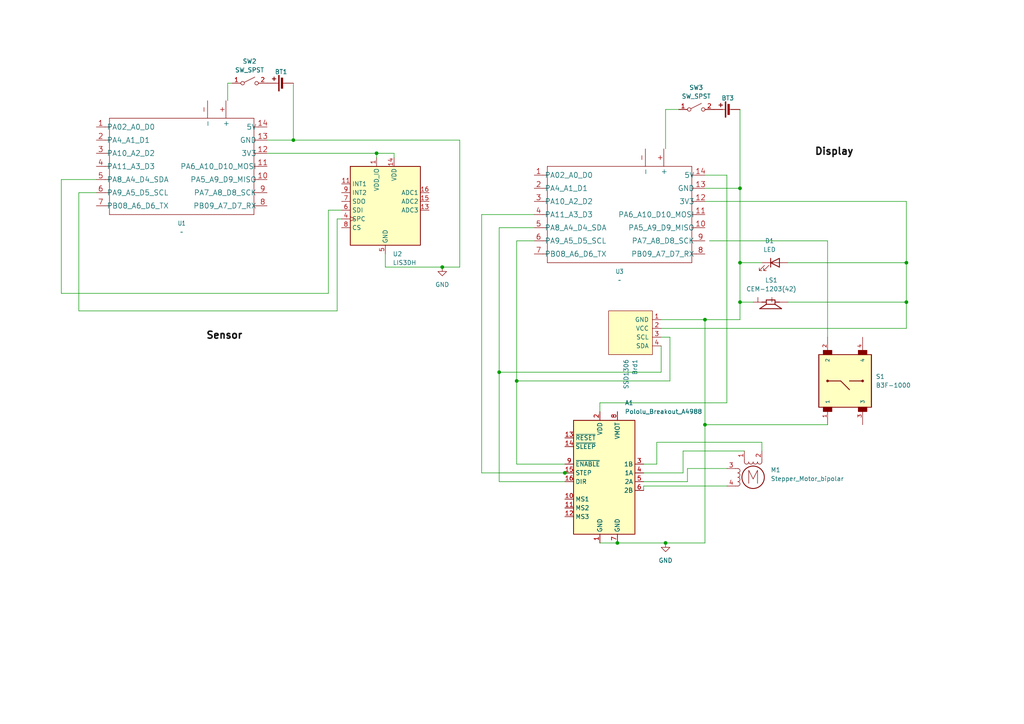
<source format=kicad_sch>
(kicad_sch (version 20250114) (generator "eeschema") (generator_version "9.0")
  (paper "A4")
  (lib_symbols
    (symbol "B3F-1000:B3F-1000" (pin_names (offset 1.016))
      (property "Reference" "S" (at -7.62 7.62 0))
      (property "Value" "B3F-1000" (at -7.62 -8.9154 0))
      (symbol "B3F-1000_0_0"
        (rectangle (start -8.89 3.81) (end -7.62 6.35) (fill (type outline)))
        (rectangle (start -8.89 -6.35) (end -7.62 -3.81) (fill (type outline)))
        (polyline (pts (xy -7.62 7.62) (xy 7.62 7.62)) (stroke (width 0.254)))
        (rectangle (start -7.62 -7.62) (end 7.62 7.62) (stroke (width 0.254)) (fill (type background)))
        (circle (center 0 5.08) (radius 0.254) (stroke (width 0.254)))
        (polyline (pts (xy 0 5.08) (xy 0 1.27)) (stroke (width 0.254)))
        (polyline (pts (xy 0 -1.27) (xy 2.54 1.27)) (stroke (width 0.254)))
        (polyline (pts (xy 0 -5.08) (xy 0 -1.27)) (stroke (width 0.254)))
        (circle (center 0 -5.08) (radius 0.254) (stroke (width 0.254)))
        (rectangle (start 7.62 3.81) (end 8.89 6.35) (fill (type outline)))
        (rectangle (start 7.62 -6.35) (end 8.89 -3.81) (fill (type outline)))
        (polyline (pts (xy 7.62 -7.62) (xy -7.62 -7.62)) (stroke (width 0.254)))
        (pin passive line (at -12.7 5.08 0) (length 5.08) (name "4") (number "4"))
        (pin passive line (at -12.7 -5.08 0) (length 5.08) (name "2") (number "2"))
        (pin passive line (at 12.7 5.08 180) (length 5.08) (name "3") (number "3"))
        (pin passive line (at 12.7 -5.08 180) (length 5.08) (name "1") (number "1"))
      )
    )
    (symbol "CEM-1203_42_:CEM-1203(42)" (pin_numbers (hide yes)) (pin_names (offset 1.016) (hide yes))
      (property "Reference" "LS" (at -3.81 8.9154 0))
      (property "Value" "CEM-1203(42)" (at -3.81 -11.4554 0))
      (symbol "CEM-1203(42)_0_0"
        (polyline (pts (xy -0.635 1.27) (xy 0 1.27)) (stroke (width 0.254)))
        (polyline (pts (xy -0.635 -1.27) (xy -0.635 1.27)) (stroke (width 0.254)))
        (polyline (pts (xy 0 1.27) (xy 0 2.54)) (stroke (width 0.254)))
        (polyline (pts (xy 0 1.27) (xy 0.635 1.27)) (stroke (width 0.254)))
        (polyline (pts (xy 0 -1.27) (xy -0.635 -1.27)) (stroke (width 0.254)))
        (polyline (pts (xy 0 -1.27) (xy 0 -2.54)) (stroke (width 0.254)))
        (polyline (pts (xy 0.635 1.27) (xy 0.635 -1.27)) (stroke (width 0.254)))
        (polyline (pts (xy 0.635 1.27) (xy 1.905 3.175)) (stroke (width 0.254)))
        (polyline (pts (xy 0.635 -1.27) (xy 0 -1.27)) (stroke (width 0.254)))
        (polyline (pts (xy 1.905 3.175) (xy 1.905 -3.175)) (stroke (width 0.254)))
        (polyline (pts (xy 1.905 -3.175) (xy 0.635 -1.27)) (stroke (width 0.254)))
        (text "+" (at -1.905 1.27 0) (effects (font (size 1.778 1.778)) (justify left bottom)))
        (text "-" (at -1.905 -2.794 0) (effects (font (size 1.778 1.778)) (justify left bottom)))
        (pin passive line (at 0 5.08 270) (length 2.54) (name "~") (number "P"))
        (pin passive line (at 0 -5.08 90) (length 2.54) (name "~") (number "N"))
      )
    )
    (symbol "Device:Battery_Cell" (pin_numbers (hide yes)) (pin_names (offset 0) (hide yes))
      (property "Reference" "BT" (at 2.54 2.54 0))
      (property "Value" "Battery_Cell" (at 2.54 0 0))
      (symbol "Battery_Cell_0_1"
        (rectangle (start -2.286 1.778) (end 2.286 1.524) (fill (type outline)))
        (rectangle (start -1.524 1.016) (end 1.524 0.508) (fill (type outline)))
        (polyline (pts (xy 0 1.778) (xy 0 2.54)))
        (polyline (pts (xy 0 0.762) (xy 0 0)))
        (polyline (pts (xy 0.762 3.048) (xy 1.778 3.048)) (stroke (width 0.254)))
        (polyline (pts (xy 1.27 3.556) (xy 1.27 2.54)) (stroke (width 0.254)))
      )
      (symbol "Battery_Cell_1_1"
        (pin passive line (at 0 5.08 270) (length 2.54) (name "+") (number "1"))
        (pin passive line (at 0 -2.54 90) (length 2.54) (name "-") (number "2"))
      )
    )
    (symbol "Device:LED" (pin_numbers (hide yes)) (pin_names (offset 1.016) (hide yes))
      (property "Reference" "D" (at 0 2.54 0))
      (property "Value" "LED" (at 0 -2.54 0))
      (symbol "LED_0_1"
        (polyline (pts (xy -3.048 -0.762) (xy -4.572 -2.286) (xy -3.81 -2.286) (xy -4.572 -2.286) (xy -4.572 -1.524)))
        (polyline (pts (xy -1.778 -0.762) (xy -3.302 -2.286) (xy -2.54 -2.286) (xy -3.302 -2.286) (xy -3.302 -1.524)))
        (polyline (pts (xy -1.27 0) (xy 1.27 0)))
        (polyline (pts (xy -1.27 -1.27) (xy -1.27 1.27)) (stroke (width 0.254)))
        (polyline (pts (xy 1.27 -1.27) (xy 1.27 1.27) (xy -1.27 0) (xy 1.27 -1.27)) (stroke (width 0.254)))
      )
      (symbol "LED_1_1"
        (pin passive line (at -3.81 0 0) (length 2.54) (name "K") (number "1"))
        (pin passive line (at 3.81 0 180) (length 2.54) (name "A") (number "2"))
      )
    )
    (symbol "Driver_Motor:Pololu_Breakout_A4988"
      (property "Reference" "A" (at -2.54 19.05 0))
      (property "Value" "Pololu_Breakout_A4988" (at -2.54 16.51 0))
      (symbol "Pololu_Breakout_A4988_0_1"
        (rectangle (start 10.16 -17.78) (end -7.62 15.24) (stroke (width 0.254)) (fill (type background)))
      )
      (symbol "Pololu_Breakout_A4988_1_1"
        (pin input line (at -10.16 10.16 0) (length 2.54) (name "~{RESET}") (number "13"))
        (pin input line (at -10.16 7.62 0) (length 2.54) (name "~{SLEEP}") (number "14"))
        (pin input line (at -10.16 2.54 0) (length 2.54) (name "~{ENABLE}") (number "9"))
        (pin input line (at -10.16 0 0) (length 2.54) (name "STEP") (number "15"))
        (pin input line (at -10.16 -2.54 0) (length 2.54) (name "DIR") (number "16"))
        (pin input line (at -10.16 -7.62 0) (length 2.54) (name "MS1") (number "10"))
        (pin input line (at -10.16 -10.16 0) (length 2.54) (name "MS2") (number "11"))
        (pin input line (at -10.16 -12.7 0) (length 2.54) (name "MS3") (number "12"))
        (pin power_in line (at 0 17.78 270) (length 2.54) (name "VDD") (number "2"))
        (pin power_in line (at 0 -20.32 90) (length 2.54) (name "GND") (number "1"))
        (pin power_in line (at 5.08 17.78 270) (length 2.54) (name "VMOT") (number "8"))
        (pin power_in line (at 5.08 -20.32 90) (length 2.54) (name "GND") (number "7"))
        (pin output line (at 12.7 2.54 180) (length 2.54) (name "1B") (number "3"))
        (pin output line (at 12.7 0 180) (length 2.54) (name "1A") (number "4"))
        (pin output line (at 12.7 -2.54 180) (length 2.54) (name "2A") (number "5"))
        (pin output line (at 12.7 -5.08 180) (length 2.54) (name "2B") (number "6"))
      )
    )
    (symbol "ESP32C3-footprint-eagle_single_device_kicad:MOUDLE-SEEEDUINO-XIAO-ESP32C3-SMD"
      (property "Reference" "U" (at -21.59 15.24 0))
      (symbol "MOUDLE-SEEEDUINO-XIAO-ESP32C3-SMD_1_0"
        (polyline (pts (xy -21.59 13.97) (xy 20.32 13.97)) (stroke (width 0.1524)))
        (polyline (pts (xy -21.59 11.43) (xy -22.86 11.43)) (stroke (width 0.1524)))
        (polyline (pts (xy -21.59 11.43) (xy -21.59 13.97)) (stroke (width 0.1524)))
        (polyline (pts (xy -21.59 7.62) (xy -22.86 7.62)) (stroke (width 0.1524)))
        (polyline (pts (xy -21.59 7.62) (xy -21.59 11.43)) (stroke (width 0.1524)))
        (polyline (pts (xy -21.59 3.81) (xy -22.86 3.81)) (stroke (width 0.1524)))
        (polyline (pts (xy -21.59 3.81) (xy -21.59 7.62)) (stroke (width 0.1524)))
        (polyline (pts (xy -21.59 0) (xy -22.86 0)) (stroke (width 0.1524)))
        (polyline (pts (xy -21.59 0) (xy -21.59 3.81)) (stroke (width 0.1524)))
        (polyline (pts (xy -21.59 -3.81) (xy -22.86 -3.81)) (stroke (width 0.1524)))
        (polyline (pts (xy -21.59 -7.62) (xy -22.86 -7.62)) (stroke (width 0.1524)))
        (polyline (pts (xy -21.59 -11.43) (xy -22.86 -11.43)) (stroke (width 0.1524)))
        (polyline (pts (xy -21.59 -13.97) (xy -21.59 0)) (stroke (width 0.1524)))
        (polyline (pts (xy 20.32 13.97) (xy 20.32 11.43)) (stroke (width 0.1524)))
        (polyline (pts (xy 20.32 11.43) (xy 20.32 7.62)) (stroke (width 0.1524)))
        (polyline (pts (xy 20.32 7.62) (xy 20.32 3.81)) (stroke (width 0.1524)))
        (polyline (pts (xy 20.32 3.81) (xy 20.32 -13.97)) (stroke (width 0.1524)))
        (polyline (pts (xy 20.32 -13.97) (xy -21.59 -13.97)) (stroke (width 0.1524)))
        (polyline (pts (xy 21.59 11.43) (xy 20.32 11.43)) (stroke (width 0.1524)))
        (polyline (pts (xy 21.59 7.62) (xy 20.32 7.62)) (stroke (width 0.1524)))
        (polyline (pts (xy 21.59 3.81) (xy 20.32 3.81)) (stroke (width 0.1524)))
        (polyline (pts (xy 21.59 0) (xy 20.32 0)) (stroke (width 0.1524)))
        (polyline (pts (xy 21.59 -3.81) (xy 20.32 -3.81)) (stroke (width 0.1524)))
        (polyline (pts (xy 21.59 -7.62) (xy 20.32 -7.62)) (stroke (width 0.1524)))
        (polyline (pts (xy 21.59 -11.43) (xy 20.32 -11.43)) (stroke (width 0.1524)))
        (pin bidirectional line (at -25.4 11.43 0) (length 2.54) (name "PA02_A0_D0") (number "1"))
        (pin bidirectional line (at -25.4 7.62 0) (length 2.54) (name "PA4_A1_D1") (number "2"))
        (pin bidirectional line (at -25.4 3.81 0) (length 2.54) (name "PA10_A2_D2") (number "3"))
        (pin bidirectional line (at -25.4 0 0) (length 2.54) (name "PA11_A3_D3") (number "4"))
        (pin bidirectional line (at -25.4 -3.81 0) (length 2.54) (name "PA8_A4_D4_SDA") (number "5"))
        (pin bidirectional line (at -25.4 -7.62 0) (length 2.54) (name "PA9_A5_D5_SCL") (number "6"))
        (pin bidirectional line (at -25.4 -11.43 0) (length 2.54) (name "PB08_A6_D6_TX") (number "7"))
        (pin bidirectional line (at 6.858 19.05 270) (length 5.08) (name "-") (number "-"))
        (pin bidirectional line (at 12.192 19.05 270) (length 5.08) (name "+") (number "+"))
        (pin bidirectional line (at 24.13 11.43 180) (length 2.54) (name "5V") (number "14"))
        (pin bidirectional line (at 24.13 7.62 180) (length 2.54) (name "GND") (number "13"))
        (pin bidirectional line (at 24.13 3.81 180) (length 2.54) (name "3V3") (number "12"))
        (pin bidirectional line (at 24.13 0 180) (length 2.54) (name "PA6_A10_D10_MOSI") (number "11"))
        (pin bidirectional line (at 24.13 -3.81 180) (length 2.54) (name "PA5_A9_D9_MISO") (number "10"))
        (pin bidirectional line (at 24.13 -7.62 180) (length 2.54) (name "PA7_A8_D8_SCK") (number "9"))
        (pin bidirectional line (at 24.13 -11.43 180) (length 2.54) (name "PB09_A7_D7_RX") (number "8"))
      )
    )
    (symbol "Motor:Stepper_Motor_bipolar" (pin_names (offset 0) (hide yes))
      (property "Reference" "M" (at 3.81 2.54 0))
      (property "Value" "Stepper_Motor_bipolar" (at 3.81 1.27 0))
      (symbol "Stepper_Motor_bipolar_0_0"
        (polyline (pts (xy -1.27 -1.778) (xy -1.27 2.032) (xy 0 -0.508) (xy 1.27 2.032) (xy 1.27 -1.778)))
      )
      (symbol "Stepper_Motor_bipolar_0_1"
        (polyline (pts (xy -5.08 2.54) (xy -4.445 2.54)))
        (polyline (pts (xy -5.08 -2.54) (xy -4.445 -2.54)))
        (arc (start -4.445 2.54) (mid -3.8127 1.905) (end -4.445 1.27))
        (arc (start -4.445 1.27) (mid -3.8127 0.635) (end -4.445 0))
        (arc (start -4.445 0) (mid -3.8127 -0.635) (end -4.445 -1.27))
        (arc (start -4.445 -1.27) (mid -3.8127 -1.905) (end -4.445 -2.54))
        (polyline (pts (xy -2.54 5.08) (xy -2.54 4.445)))
        (arc (start -1.27 4.445) (mid -1.905 3.8127) (end -2.54 4.445))
        (arc (start 0 4.445) (mid -0.635 3.8127) (end -1.27 4.445))
        (circle (center 0 0) (radius 3.2512) (stroke (width 0.254)))
        (arc (start 1.27 4.445) (mid 0.635 3.8127) (end 0 4.445))
        (arc (start 2.54 4.445) (mid 1.905 3.8127) (end 1.27 4.445))
        (polyline (pts (xy 2.54 5.08) (xy 2.54 4.445)))
      )
      (symbol "Stepper_Motor_bipolar_1_1"
        (pin passive line (at -7.62 2.54 0) (length 2.54) (name "~") (number "3"))
        (pin passive line (at -7.62 -2.54 0) (length 2.54) (name "~") (number "4"))
        (pin passive line (at -2.54 7.62 270) (length 2.54) (name "~") (number "1"))
        (pin passive line (at 2.54 7.62 270) (length 2.54) (name "-") (number "2"))
      )
    )
    (symbol "SSD1306-128x64_OLED (1):SSD1306" (pin_names (offset 1.016))
      (property "Reference" "Brd" (at 0 -3.81 0))
      (property "Value" "SSD1306" (at 0 -1.27 0))
      (symbol "SSD1306_0_1"
        (rectangle (start -6.35 6.35) (end 6.35 -6.35) (fill (type background)))
      )
      (symbol "SSD1306_1_1"
        (pin input line (at -3.81 8.89 270) (length 2.54) (name "GND") (number "1"))
        (pin input line (at -1.27 8.89 270) (length 2.54) (name "VCC") (number "2"))
        (pin input line (at 1.27 8.89 270) (length 2.54) (name "SCL") (number "3"))
        (pin input line (at 3.81 8.89 270) (length 2.54) (name "SDA") (number "4"))
      )
    )
    (symbol "Sensor_Motion:LIS3DH"
      (property "Reference" "U" (at -7.62 11.43 0))
      (property "Value" "LIS3DH" (at 6.35 11.43 0))
      (symbol "LIS3DH_0_1"
        (rectangle (start -10.16 10.16) (end 10.16 -12.7) (stroke (width 0.254)) (fill (type background)))
      )
      (symbol "LIS3DH_1_1"
        (pin output line (at -12.7 5.08 0) (length 2.54) (name "INT1") (number "11"))
        (pin output line (at -12.7 2.54 0) (length 2.54) (name "INT2") (number "9"))
        (pin output line (at -12.7 0 0) (length 2.54) (name "SDO") (number "7"))
        (pin input line (at -12.7 -2.54 0) (length 2.54) (name "SDI") (number "6"))
        (pin input clock (at -12.7 -5.08 0) (length 2.54) (name "SPC") (number "4"))
        (pin input line (at -12.7 -7.62 0) (length 2.54) (name "CS") (number "8"))
        (pin power_in line (at -2.54 12.7 270) (length 2.54) (name "VDD_IO") (number "1"))
        (pin passive line (at 0 -15.24 90) (length 2.54) (hide yes) (name "GND") (number "10"))
        (pin passive line (at 0 -15.24 90) (length 2.54) (hide yes) (name "GND") (number "12"))
        (pin power_in line (at 0 -15.24 90) (length 2.54) (name "GND") (number "5"))
        (pin power_in line (at 2.54 12.7 270) (length 2.54) (name "VDD") (number "14"))
        (pin no_connect line (at 10.16 7.62 180) (length 2.54) (hide yes) (name "NC") (number "3"))
        (pin no_connect line (at 10.16 5.08 180) (length 2.54) (hide yes) (name "NC") (number "2"))
        (pin input line (at 12.7 2.54 180) (length 2.54) (name "ADC1") (number "16"))
        (pin input line (at 12.7 0 180) (length 2.54) (name "ADC2") (number "15"))
        (pin input line (at 12.7 -2.54 180) (length 2.54) (name "ADC3") (number "13"))
      )
    )
    (symbol "Switch:SW_SPST" (pin_names (offset 0) (hide yes))
      (property "Reference" "SW" (at 0 3.175 0))
      (property "Value" "SW_SPST" (at 0 -2.54 0))
      (symbol "SW_SPST_0_0"
        (circle (center -2.032 0) (radius 0.508))
        (polyline (pts (xy -1.524 0.254) (xy 1.524 1.778)))
        (circle (center 2.032 0) (radius 0.508))
      )
      (symbol "SW_SPST_1_1"
        (pin passive line (at -5.08 0 0) (length 2.54) (name "A") (number "1"))
        (pin passive line (at 5.08 0 180) (length 2.54) (name "B") (number "2"))
      )
    )
    (symbol "power:GND" (power) (pin_numbers (hide yes)) (pin_names (offset 0) (hide yes))
      (property "Value" "GND" (at 0 -3.81 0))
      (symbol "GND_0_1"
        (polyline (pts (xy 0 0) (xy 0 -1.27) (xy 1.27 -1.27) (xy 0 -2.54) (xy -1.27 -1.27) (xy 0 -1.27)))
      )
      (symbol "GND_1_1"
        (pin power_in line (at 0 0 270) (length 0) (name "~") (number "1"))
      )
    )
  )
  (junction (at 163.83 137.16))
  (junction (at 214.63 87.63))
  (junction (at 262.89 87.63))
  (junction (at 179.07 157.48))
  (junction (at 193.04 157.48))
  (junction (at 128.27 77.47))
  (junction (at 144.78 107.95))
  (junction (at 262.89 76.2))
  (junction (at 109.22 44.45))
  (junction (at 85.09 40.64))
  (junction (at 204.47 92.71))
  (junction (at 204.47 123.19))
  (junction (at 214.63 76.2))
  (junction (at 214.63 54.61))
  (junction (at 149.86 110.49))
  (wire (pts (xy 262.89 87.63) (xy 228.6 87.63)))
  (wire (pts (xy 95.25 60.96) (xy 99.06 60.96)))
  (wire (pts (xy 163.83 137.16) (xy 165.1 137.16)))
  (wire (pts (xy 144.78 139.7) (xy 163.83 139.7)))
  (wire (pts (xy 77.47 44.45) (xy 109.22 44.45)))
  (wire (pts (xy 133.35 77.47) (xy 133.35 40.64)))
  (wire (pts (xy 193.04 31.75) (xy 196.85 31.75)))
  (wire (pts (xy 214.63 54.61) (xy 214.63 31.75)))
  (wire (pts (xy 220.98 130.81) (xy 220.98 128.27)))
  (wire (pts (xy 95.25 85.09) (xy 95.25 60.96)))
  (wire (pts (xy 204.47 92.71) (xy 204.47 123.19)))
  (wire (pts (xy 128.27 77.47) (xy 111.76 77.47)))
  (wire (pts (xy 139.7 62.23) (xy 139.7 137.16)))
  (wire (pts (xy 204.47 54.61) (xy 214.63 54.61)))
  (wire (pts (xy 210.82 135.89) (xy 199.39 135.89)))
  (wire (pts (xy 262.89 58.42) (xy 262.89 76.2)))
  (wire (pts (xy 262.89 76.2) (xy 228.6 76.2)))
  (wire (pts (xy 240.03 69.85) (xy 240.03 97.79)))
  (wire (pts (xy 154.94 66.04) (xy 144.78 66.04)))
  (wire (pts (xy 193.04 43.18) (xy 193.04 31.75)))
  (wire (pts (xy 85.09 24.13) (xy 85.09 40.64)))
  (wire (pts (xy 22.86 90.17) (xy 97.79 90.17)))
  (wire (pts (xy 17.78 85.09) (xy 95.25 85.09)))
  (wire (pts (xy 220.98 128.27) (xy 190.5 128.27)))
  (wire (pts (xy 190.5 128.27) (xy 190.5 134.62)))
  (wire (pts (xy 149.86 69.85) (xy 154.94 69.85)))
  (wire (pts (xy 27.94 52.07) (xy 17.78 52.07)))
  (wire (pts (xy 210.82 116.84) (xy 173.99 116.84)))
  (wire (pts (xy 139.7 137.16) (xy 163.83 137.16)))
  (wire (pts (xy 85.09 40.64) (xy 133.35 40.64)))
  (wire (pts (xy 240.03 123.19) (xy 204.47 123.19)))
  (wire (pts (xy 97.79 63.5) (xy 99.06 63.5)))
  (wire (pts (xy 198.12 137.16) (xy 198.12 130.81)))
  (wire (pts (xy 204.47 50.8) (xy 210.82 50.8)))
  (wire (pts (xy 198.12 137.16) (xy 186.69 137.16)))
  (wire (pts (xy 144.78 107.95) (xy 191.77 107.95)))
  (wire (pts (xy 97.79 90.17) (xy 97.79 63.5)))
  (wire (pts (xy 114.3 44.45) (xy 114.3 45.72)))
  (wire (pts (xy 262.89 87.63) (xy 262.89 95.25)))
  (wire (pts (xy 204.47 58.42) (xy 262.89 58.42)))
  (wire (pts (xy 149.86 110.49) (xy 149.86 134.62)))
  (wire (pts (xy 144.78 107.95) (xy 144.78 139.7)))
  (wire (pts (xy 66.04 29.21) (xy 66.04 24.13)))
  (wire (pts (xy 214.63 92.71) (xy 214.63 87.63)))
  (wire (pts (xy 210.82 50.8) (xy 210.82 116.84)))
  (wire (pts (xy 22.86 55.88) (xy 22.86 90.17)))
  (wire (pts (xy 173.99 157.48) (xy 179.07 157.48)))
  (wire (pts (xy 262.89 76.2) (xy 262.89 87.63)))
  (wire (pts (xy 198.12 130.81) (xy 215.9 130.81)))
  (wire (pts (xy 214.63 76.2) (xy 214.63 54.61)))
  (wire (pts (xy 214.63 76.2) (xy 220.98 76.2)))
  (wire (pts (xy 133.35 77.47) (xy 128.27 77.47)))
  (wire (pts (xy 111.76 77.47) (xy 111.76 73.66)))
  (wire (pts (xy 17.78 52.07) (xy 17.78 85.09)))
  (wire (pts (xy 109.22 44.45) (xy 109.22 45.72)))
  (wire (pts (xy 205.74 69.85) (xy 240.03 69.85)))
  (wire (pts (xy 199.39 139.7) (xy 186.69 139.7)))
  (wire (pts (xy 194.31 110.49) (xy 149.86 110.49)))
  (wire (pts (xy 27.94 55.88) (xy 22.86 55.88)))
  (wire (pts (xy 214.63 87.63) (xy 214.63 76.2)))
  (wire (pts (xy 173.99 116.84) (xy 173.99 119.38)))
  (wire (pts (xy 204.47 92.71) (xy 214.63 92.71)))
  (wire (pts (xy 66.04 24.13) (xy 67.31 24.13)))
  (wire (pts (xy 214.63 87.63) (xy 218.44 87.63)))
  (wire (pts (xy 109.22 44.45) (xy 114.3 44.45)))
  (wire (pts (xy 191.77 100.33) (xy 191.77 107.95)))
  (wire (pts (xy 85.09 40.64) (xy 77.47 40.64)))
  (wire (pts (xy 154.94 62.23) (xy 139.7 62.23)))
  (wire (pts (xy 191.77 95.25) (xy 262.89 95.25)))
  (wire (pts (xy 149.86 110.49) (xy 149.86 69.85)))
  (wire (pts (xy 186.69 134.62) (xy 190.5 134.62)))
  (wire (pts (xy 204.47 123.19) (xy 204.47 157.48)))
  (wire (pts (xy 191.77 92.71) (xy 204.47 92.71)))
  (wire (pts (xy 194.31 97.79) (xy 194.31 110.49)))
  (wire (pts (xy 210.82 140.97) (xy 186.69 140.97)))
  (wire (pts (xy 199.39 135.89) (xy 199.39 139.7)))
  (wire (pts (xy 193.04 157.48) (xy 204.47 157.48)))
  (wire (pts (xy 144.78 66.04) (xy 144.78 107.95)))
  (wire (pts (xy 186.69 140.97) (xy 186.69 142.24)))
  (wire (pts (xy 179.07 157.48) (xy 193.04 157.48)))
  (wire (pts (xy 149.86 134.62) (xy 163.83 134.62)))
  (wire (pts (xy 191.77 97.79) (xy 194.31 97.79)))
  (label "Display" (at 236.22 45.72 0) (effects (font (size 2.032 2.032) (thickness 0.4064) (bold yes))))
  (label "Sensor" (at 59.69 99.06 0) (effects (font (size 2.032 2.032) (thickness 0.4064) (bold yes))))
  (symbol (lib_id "Driver_Motor:Pololu_Breakout_A4988") (at 173.99 137.16 0) (unit 1)
    (property "Reference" "A1" (at 181.2133 116.84 0) (effects (justify left)))
    (property "Value" "Pololu_Breakout_A4988" (at 181.2133 119.38 0) (effects (justify left)))
    (property "Footprint" "Module:Pololu_Breakout-16_15.2x20.3mm" (effects (hide yes)))
    (property "Datasheet" "https://www.pololu.com/product/2980/pictures" (effects (hide yes)))
    (property "Description" "Pololu Breakout Board, Stepper Driver A4988" (effects (hide yes)))
  )
  (symbol (lib_id "Device:Battery_Cell") (at 82.55 24.13 90) (unit 1)
    (property "Reference" "BT1" (at 81.534 20.828 90))
    (property "Value" "Battery_Cell" (effects (hide yes)))
    (property "Description" "Single-cell battery" (effects (hide yes)))
    (property "Sim.Device" "V" (effects (hide yes)))
    (property "Sim.Type" "DC" (effects (hide yes)))
    (property "Sim.Pins" "1=+ 2=-" (effects (hide yes)))
  )
  (symbol (lib_id "ESP32C3-footprint-eagle_single_device_kicad:MOUDLE-SEEEDUINO-XIAO-ESP32C3-SMD") (at 53.34 48.26 0) (unit 1)
    (property "Reference" "U1" (at 52.705 64.77 0) (effects (font (size 1.27 1.0795))))
    (property "Value" "~" (at 52.705 67.31 0) (effects (font (size 1.27 1.0795))))
    (property "Footprint" "ESP32C3-footprint-eagle_single_device_kicad:MOUDLE14P-SMD-2.54-21X17.8MM" (effects (hide yes)))
  )
  (symbol (lib_id "Switch:SW_SPST") (at 72.39 24.13 0) (unit 1)
    (property "Reference" "SW2" (at 72.39 17.78 0))
    (property "Value" "SW_SPST" (at 72.39 20.32 0))
    (property "Description" "Single Pole Single Throw (SPST) switch" (effects (hide yes)))
  )
  (symbol (lib_id "SSD1306-128x64_OLED (1):SSD1306") (at 182.88 96.52 270) (unit 1)
    (property "Reference" "Brd1" (at 184.1501 104.14 0) (effects (justify left)))
    (property "Value" "SSD1306" (at 181.6101 104.14 0) (effects (justify left)))
  )
  (symbol (lib_id "Device:LED") (at 224.79 76.2 0) (unit 1)
    (property "Reference" "D1" (at 223.2025 69.85 0))
    (property "Value" "LED" (at 223.2025 72.39 0))
    (property "Description" "Light emitting diode" (effects (hide yes)))
    (property "Sim.Pins" "1=K 2=A" (effects (hide yes)))
  )
  (symbol (lib_id "CEM-1203_42_:CEM-1203(42)") (at 223.52 87.63 270) (unit 1)
    (property "Reference" "LS1" (at 223.7265 81.28 90))
    (property "Value" "CEM-1203(42)" (at 223.7265 83.82 90))
    (property "Footprint" "CUI_CEM-1203(42)" (effects (hide yes)))
    (property "MF" "CUI" (effects (hide yes)))
    (property "DESCRIPTION" "Audio Magnetic 3Vo-p 5Vo-p 35mA 3.5Vo-p 85dBA Wire Lead Through Hole Tray" (effects (hide yes)))
    (property "PACKAGE" "CUI" (effects (hide yes)))
    (property "PRICE" "0.49 USD" (effects (hide yes)))
    (property "MP" "CEM-1203_42_" (effects (hide yes)))
    (property "AVAILABILITY" "Good" (effects (hide yes)))
  )
  (symbol (lib_id "B3F-1000:B3F-1000") (at 245.11 110.49 270) (unit 1)
    (property "Reference" "S1" (at 254 109.2199 90) (effects (justify left)))
    (property "Value" "B3F-1000" (at 254 111.7599 90) (effects (justify left)))
    (property "Footprint" "SW_B3F-1000" (effects (hide yes)))
    (property "MANUFACTURER" "Omron" (effects (hide yes)))
  )
  (symbol (lib_id "Device:Battery_Cell") (at 212.09 31.75 90) (unit 1)
    (property "Reference" "BT3" (at 211.074 28.448 90))
    (property "Value" "Battery_Cell" (effects (hide yes)))
    (property "Description" "Single-cell battery" (effects (hide yes)))
    (property "Sim.Device" "V" (effects (hide yes)))
    (property "Sim.Type" "DC" (effects (hide yes)))
    (property "Sim.Pins" "1=+ 2=-" (effects (hide yes)))
  )
  (symbol (lib_id "Sensor_Motion:LIS3DH") (at 111.76 58.42 0) (unit 1)
    (property "Reference" "U2" (at 113.9033 73.66 0) (effects (justify left)))
    (property "Value" "LIS3DH" (at 113.9033 76.2 0) (effects (justify left)))
    (property "Footprint" "Package_LGA:LGA-16_3x3mm_P0.5mm_LayoutBorder3x5y" (effects (hide yes)))
    (property "Datasheet" "https://www.st.com/resource/en/datasheet/cd00274221.pdf" (effects (hide yes)))
    (property "Description" "3-Axis Accelerometer, 2/4/8/16g range, I2C/SPI interface, LGA-16" (effects (hide yes)))
  )
  (symbol (lib_id "ESP32C3-footprint-eagle_single_device_kicad:MOUDLE-SEEEDUINO-XIAO-ESP32C3-SMD") (at 180.34 62.23 0) (unit 1)
    (property "Reference" "U3" (at 179.705 78.74 0) (effects (font (size 1.27 1.0795))))
    (property "Value" "~" (at 179.705 81.28 0) (effects (font (size 1.27 1.0795))))
    (property "Footprint" "ESP32C3-footprint-eagle_single_device_kicad:MOUDLE14P-SMD-2.54-21X17.8MM" (effects (hide yes)))
  )
  (symbol (lib_id "power:GND") (at 193.04 157.48 0) (unit 1)
    (property "Reference" "#PWR02" (effects (hide yes)))
    (property "Value" "GND" (at 193.04 162.56 0))
    (property "Description" "Power symbol creates a global label with name \"GND\" , ground" (effects (hide yes)))
  )
  (symbol (lib_id "Switch:SW_SPST") (at 201.93 31.75 0) (unit 1)
    (property "Reference" "SW3" (at 201.93 25.4 0))
    (property "Value" "SW_SPST" (at 201.93 27.94 0))
    (property "Description" "Single Pole Single Throw (SPST) switch" (effects (hide yes)))
  )
  (symbol (lib_id "power:GND") (at 128.27 77.47 0) (unit 1)
    (property "Reference" "#PWR01" (effects (hide yes)))
    (property "Value" "GND" (at 128.27 82.55 0))
    (property "Description" "Power symbol creates a global label with name \"GND\" , ground" (effects (hide yes)))
  )
  (symbol (lib_id "Motor:Stepper_Motor_bipolar") (at 218.44 138.43 0) (unit 1)
    (property "Reference" "M1" (at 223.52 136.309 0) (effects (justify left)))
    (property "Value" "Stepper_Motor_bipolar" (at 223.52 138.849 0) (effects (justify left)))
    (property "Datasheet" "http://www.infineon.com/dgdl/Application-Note-TLE8110EE_driving_UniPolarStepperMotor_V1.1.pdf?fileId=db3a30431be39b97011be5d0aa0a00b0" (effects (hide yes)))
    (property "Description" "4-wire bipolar stepper motor" (effects (hide yes)))
  )
)
</source>
